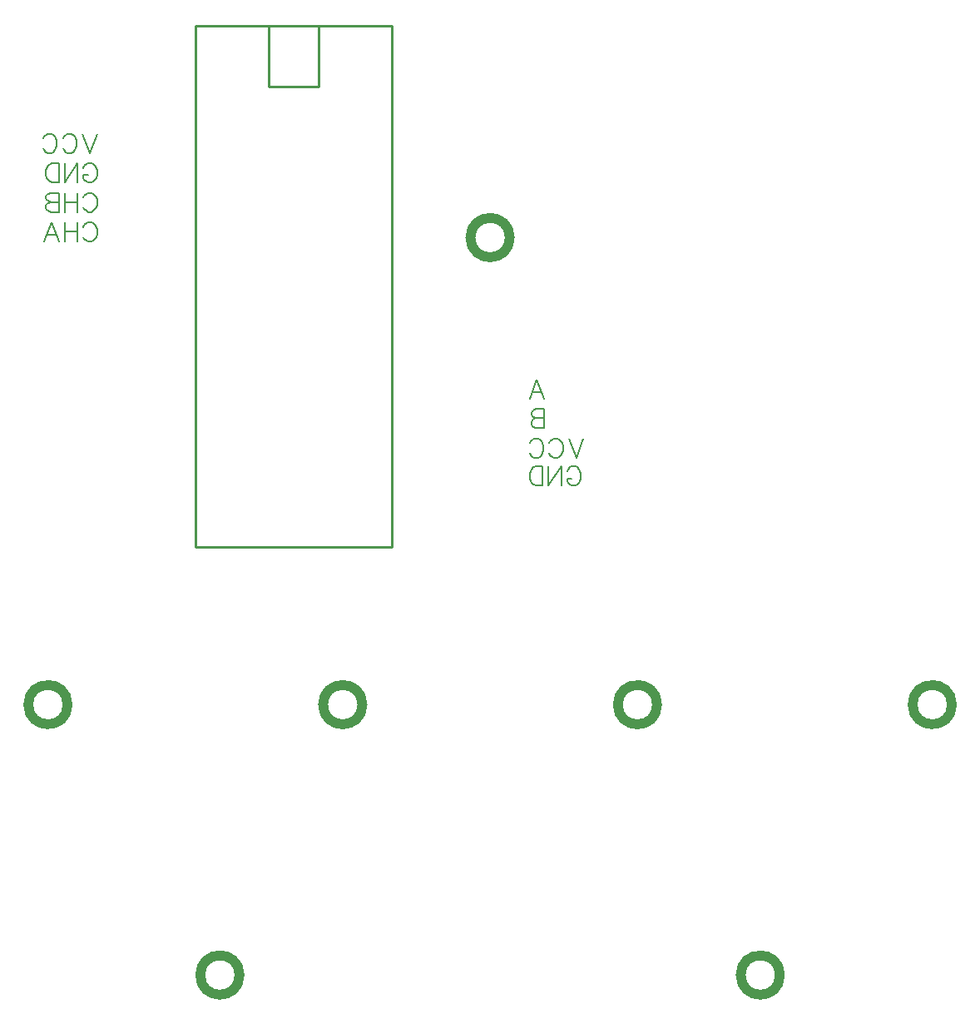
<source format=gbo>
G04 Layer: BottomSilkscreenLayer*
G04 EasyEDA v6.5.48, 2025-04-04 07:46:01*
G04 4687ed6ded954ee48c47ff8f5e5d54f1,b35f8af89abf434ebf5b09c67136b050,10*
G04 Gerber Generator version 0.2*
G04 Scale: 100 percent, Rotated: No, Reflected: No *
G04 Dimensions in millimeters *
G04 leading zeros omitted , absolute positions ,4 integer and 5 decimal *
%FSLAX45Y45*%
%MOMM*%

%ADD10C,0.2032*%
%ADD11C,0.2540*%
%ADD12C,1.0000*%

%LPD*%
D10*
X1611566Y9408807D02*
G01*
X1620710Y9427349D01*
X1639252Y9445891D01*
X1657540Y9455035D01*
X1694624Y9455035D01*
X1713166Y9445891D01*
X1731454Y9427349D01*
X1740852Y9408807D01*
X1749996Y9381121D01*
X1749996Y9334893D01*
X1740852Y9307207D01*
X1731454Y9288665D01*
X1713166Y9270377D01*
X1694624Y9260979D01*
X1657540Y9260979D01*
X1639252Y9270377D01*
X1620710Y9288665D01*
X1611566Y9307207D01*
X1550606Y9455035D02*
G01*
X1550606Y9260979D01*
X1421066Y9455035D02*
G01*
X1421066Y9260979D01*
X1550606Y9362579D02*
G01*
X1421066Y9362579D01*
X1360106Y9455035D02*
G01*
X1360106Y9260979D01*
X1360106Y9455035D02*
G01*
X1277048Y9455035D01*
X1249362Y9445891D01*
X1240218Y9436493D01*
X1230820Y9418205D01*
X1230820Y9399663D01*
X1240218Y9381121D01*
X1249362Y9371977D01*
X1277048Y9362579D01*
X1360106Y9362579D02*
G01*
X1277048Y9362579D01*
X1249362Y9353435D01*
X1240218Y9344291D01*
X1230820Y9325749D01*
X1230820Y9298063D01*
X1240218Y9279521D01*
X1249362Y9270377D01*
X1277048Y9260979D01*
X1360106Y9260979D01*
X1611503Y9708743D02*
G01*
X1620646Y9727285D01*
X1639188Y9745827D01*
X1657730Y9754971D01*
X1694561Y9754971D01*
X1713103Y9745827D01*
X1731645Y9727285D01*
X1740788Y9708743D01*
X1749932Y9681057D01*
X1749932Y9635083D01*
X1740788Y9607143D01*
X1731645Y9588855D01*
X1713103Y9570313D01*
X1694561Y9561169D01*
X1657730Y9561169D01*
X1639188Y9570313D01*
X1620646Y9588855D01*
X1611503Y9607143D01*
X1611503Y9635083D01*
X1657730Y9635083D02*
G01*
X1611503Y9635083D01*
X1550543Y9754971D02*
G01*
X1550543Y9561169D01*
X1550543Y9754971D02*
G01*
X1421256Y9561169D01*
X1421256Y9754971D02*
G01*
X1421256Y9561169D01*
X1360296Y9754971D02*
G01*
X1360296Y9561169D01*
X1360296Y9754971D02*
G01*
X1295527Y9754971D01*
X1267840Y9745827D01*
X1249298Y9727285D01*
X1240154Y9708743D01*
X1231011Y9681057D01*
X1231011Y9635083D01*
X1240154Y9607143D01*
X1249298Y9588855D01*
X1267840Y9570313D01*
X1295527Y9561169D01*
X1360296Y9561169D01*
X1749996Y10054970D02*
G01*
X1676082Y9861169D01*
X1602168Y10054970D02*
G01*
X1676082Y9861169D01*
X1402778Y10008743D02*
G01*
X1411922Y10027285D01*
X1430464Y10045827D01*
X1449006Y10054970D01*
X1485836Y10054970D01*
X1504378Y10045827D01*
X1522666Y10027285D01*
X1532064Y10008743D01*
X1541208Y9981056D01*
X1541208Y9935083D01*
X1532064Y9907143D01*
X1522666Y9888854D01*
X1504378Y9870312D01*
X1485836Y9861169D01*
X1449006Y9861169D01*
X1430464Y9870312D01*
X1411922Y9888854D01*
X1402778Y9907143D01*
X1203134Y10008743D02*
G01*
X1212532Y10027285D01*
X1230820Y10045827D01*
X1249362Y10054970D01*
X1286446Y10054970D01*
X1304734Y10045827D01*
X1323276Y10027285D01*
X1332420Y10008743D01*
X1341818Y9981056D01*
X1341818Y9935083D01*
X1332420Y9907143D01*
X1323276Y9888854D01*
X1304734Y9870312D01*
X1286446Y9861169D01*
X1249362Y9861169D01*
X1230820Y9870312D01*
X1212532Y9888854D01*
X1203134Y9907143D01*
X1611566Y9108833D02*
G01*
X1620710Y9127375D01*
X1639252Y9145917D01*
X1657540Y9155061D01*
X1694624Y9155061D01*
X1713166Y9145917D01*
X1731454Y9127375D01*
X1740852Y9108833D01*
X1749996Y9081147D01*
X1749996Y9034919D01*
X1740852Y9007233D01*
X1731454Y8988691D01*
X1713166Y8970403D01*
X1694624Y8961005D01*
X1657540Y8961005D01*
X1639252Y8970403D01*
X1620710Y8988691D01*
X1611566Y9007233D01*
X1550606Y9155061D02*
G01*
X1550606Y8961005D01*
X1421066Y9155061D02*
G01*
X1421066Y8961005D01*
X1550606Y9062605D02*
G01*
X1421066Y9062605D01*
X1286446Y9155061D02*
G01*
X1360106Y8961005D01*
X1286446Y9155061D02*
G01*
X1212532Y8961005D01*
X1332420Y9025775D02*
G01*
X1240218Y9025775D01*
X6700037Y6954951D02*
G01*
X6626123Y6761149D01*
X6552209Y6954951D02*
G01*
X6626123Y6761149D01*
X6352819Y6908977D02*
G01*
X6361963Y6927265D01*
X6380505Y6945807D01*
X6398793Y6954951D01*
X6435877Y6954951D01*
X6454419Y6945807D01*
X6472707Y6927265D01*
X6482105Y6908977D01*
X6491249Y6881037D01*
X6491249Y6835063D01*
X6482105Y6807377D01*
X6472707Y6788835D01*
X6454419Y6770293D01*
X6435877Y6761149D01*
X6398793Y6761149D01*
X6380505Y6770293D01*
X6361963Y6788835D01*
X6352819Y6807377D01*
X6153175Y6908977D02*
G01*
X6162319Y6927265D01*
X6180861Y6945807D01*
X6199403Y6954951D01*
X6236233Y6954951D01*
X6254775Y6945807D01*
X6273317Y6927265D01*
X6282461Y6908977D01*
X6291859Y6881037D01*
X6291859Y6835063D01*
X6282461Y6807377D01*
X6273317Y6788835D01*
X6254775Y6770293D01*
X6236233Y6761149D01*
X6199403Y6761149D01*
X6180861Y6770293D01*
X6162319Y6788835D01*
X6153175Y6807377D01*
X6300038Y7254951D02*
G01*
X6300038Y7061149D01*
X6300038Y7254951D02*
G01*
X6216980Y7254951D01*
X6189040Y7245807D01*
X6179896Y7236663D01*
X6170752Y7218121D01*
X6170752Y7199579D01*
X6179896Y7181037D01*
X6189040Y7171893D01*
X6216980Y7162749D01*
X6300038Y7162749D02*
G01*
X6216980Y7162749D01*
X6189040Y7153351D01*
X6179896Y7144207D01*
X6170752Y7125665D01*
X6170752Y7097979D01*
X6179896Y7079437D01*
X6189040Y7070293D01*
X6216980Y7061149D01*
X6300038Y7061149D01*
X6226124Y7554950D02*
G01*
X6300038Y7361148D01*
X6226124Y7554950D02*
G01*
X6152210Y7361148D01*
X6272352Y7425664D02*
G01*
X6179896Y7425664D01*
X6536258Y6625336D02*
G01*
X6545402Y6643878D01*
X6563944Y6662420D01*
X6582232Y6671563D01*
X6619316Y6671563D01*
X6637858Y6662420D01*
X6656146Y6643878D01*
X6665544Y6625336D01*
X6674688Y6597650D01*
X6674688Y6551676D01*
X6665544Y6523736D01*
X6656146Y6505447D01*
X6637858Y6486905D01*
X6619316Y6477762D01*
X6582232Y6477762D01*
X6563944Y6486905D01*
X6545402Y6505447D01*
X6536258Y6523736D01*
X6536258Y6551676D01*
X6582232Y6551676D02*
G01*
X6536258Y6551676D01*
X6475298Y6671563D02*
G01*
X6475298Y6477762D01*
X6475298Y6671563D02*
G01*
X6345758Y6477762D01*
X6345758Y6671563D02*
G01*
X6345758Y6477762D01*
X6284798Y6671563D02*
G01*
X6284798Y6477762D01*
X6284798Y6671563D02*
G01*
X6220282Y6671563D01*
X6192596Y6662420D01*
X6174054Y6643878D01*
X6164910Y6625336D01*
X6155512Y6597650D01*
X6155512Y6551676D01*
X6164910Y6523736D01*
X6174054Y6505447D01*
X6192596Y6486905D01*
X6220282Y6477762D01*
X6284798Y6477762D01*
D11*
X4003992Y11154283D02*
G01*
X4003992Y10531983D01*
X3495992Y10531983D01*
X3495992Y11154283D01*
X4749990Y11149990D02*
G01*
X2749994Y11149990D01*
X2749994Y5850001D01*
X4749990Y5850001D01*
X4749990Y11149990D01*
D12*
G75*
G01
X1450010Y4249979D02*
G03X1450010Y4249979I-200000J0D01*
G75*
G01
X4450004Y4249979D02*
G03X4450004Y4249979I-200000J0D01*
G75*
G01
X7449998Y4249979D02*
G03X7449998Y4249979I-200000J0D01*
G75*
G01
X10449992Y4249979D02*
G03X10449992Y4249979I-200000J0D01*
G75*
G01
X8700059Y1500048D02*
G03X8700059Y1500048I-200000J0D01*
G75*
G01
X3200070Y1500048D02*
G03X3200070Y1500048I-200000J0D01*
G75*
G01
X5950077Y9000007D02*
G03X5950077Y9000007I-200000J0D01*
M02*

</source>
